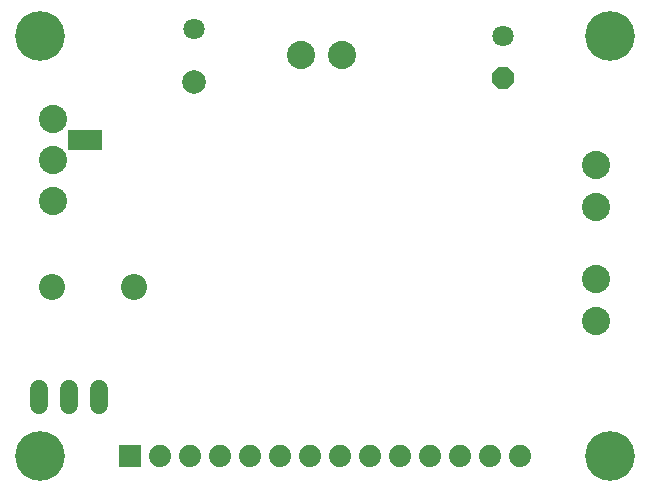
<source format=gbr>
G04 EAGLE Gerber RS-274X export*
G75*
%MOMM*%
%FSLAX34Y34*%
%LPD*%
%INSoldermask Bottom*%
%IPPOS*%
%AMOC8*
5,1,8,0,0,1.08239X$1,22.5*%
G01*
%ADD10C,1.803200*%
%ADD11C,2.003200*%
%ADD12C,2.387600*%
%ADD13P,1.951982X8X292.500000*%
%ADD14C,1.803400*%
%ADD15C,1.524000*%
%ADD16C,4.203200*%
%ADD17R,1.879600X1.879600*%
%ADD18C,1.879600*%
%ADD19C,2.203200*%
%ADD20R,2.921000X1.651000*%


D10*
X155890Y387190D03*
D11*
X155890Y342190D03*
D12*
X245840Y365600D03*
X280840Y365600D03*
D13*
X416810Y346010D03*
D14*
X416810Y381570D03*
D12*
X495930Y272000D03*
X495930Y237000D03*
X495930Y175480D03*
X495930Y140480D03*
D15*
X24220Y82144D02*
X24220Y68936D01*
X75020Y68936D02*
X75020Y82144D01*
X49620Y82144D02*
X49620Y68936D01*
D16*
X25400Y25400D03*
X508000Y25400D03*
X25400Y381000D03*
X508000Y381000D03*
D17*
X101600Y25400D03*
D18*
X127000Y25400D03*
X152400Y25400D03*
X177800Y25400D03*
X203200Y25400D03*
X228600Y25400D03*
X254000Y25400D03*
X279400Y25400D03*
X304800Y25400D03*
X330200Y25400D03*
X355600Y25400D03*
X381000Y25400D03*
X406400Y25400D03*
X431800Y25400D03*
D12*
X36290Y241360D03*
X36290Y276360D03*
X36290Y311360D03*
D19*
X35000Y168910D03*
X105000Y168910D03*
D20*
X63310Y293620D03*
M02*

</source>
